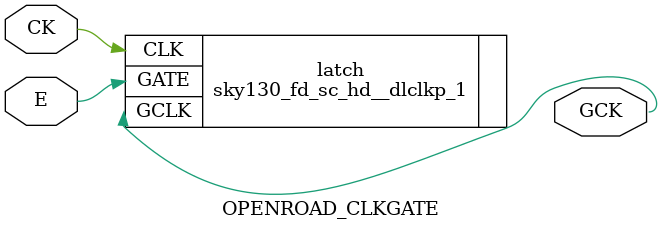
<source format=v>
module OPENROAD_CLKGATE (CK, E, GCK);
  input CK;
  input E;
  output GCK;

sky130_fd_sc_hd__dlclkp_1 latch (.CLK (CK), .GATE(E), .GCLK(GCK));

endmodule

</source>
